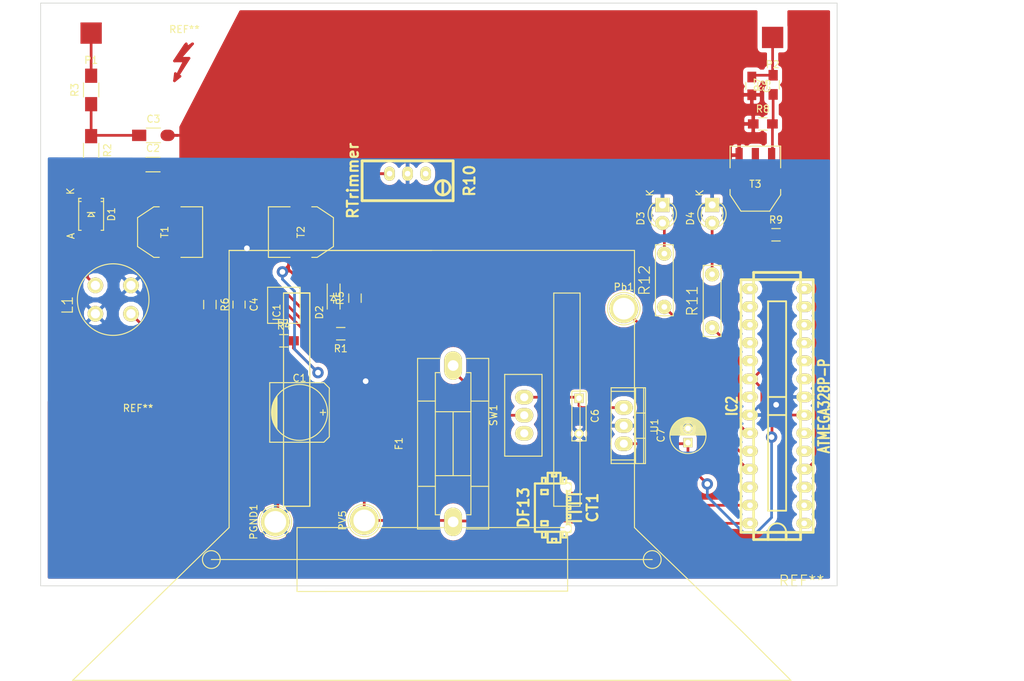
<source format=kicad_pcb>
(kicad_pcb (version 4) (host pcbnew "(2015-07-20 BZR 5967)-product")
  (layers (0 F.Cu signal) (31 B.Cu signal) (35 F.Paste user) (37 F.SilkS user) (39 F.Mask user) (44 Edge.Cuts user))
  (net 0 "")
  (net 1 +5V)
  (net 2 GND)
  (net 3 "Net-(C2-Pad1)")
  (net 4 "Net-(C3-Pad1)")
  (net 5 "Net-(C4-Pad1)")
  (net 6 /HV-)
  (net 7 "Net-(C6-Pad1)")
  (net 8 +3V3)
  (net 9 SCL)
  (net 10 SDA)
  (net 11 "Net-(D1-Pad2)")
  (net 12 "Net-(D2-Pad2)")
  (net 13 "Net-(D3-Pad2)")
  (net 14 "Net-(D4-Pad2)")
  (net 15 "Net-(F1-Pad2)")
  (net 16 "Net-(IC1-Pad7)")
  (net 17 "Net-(IC1-Pad5)")
  (net 18 R)
  (net 19 "Net-(IC1-Pad3)")
  (net 20 /HV+)
  (net 21 "Net-(R7-Pad1)")
  (net 22 "Net-(IC2-Pad4)")
  (net 23 "Net-(R10-Pad3)")
  (net 24 "Net-(IC2-Pad23)")
  (net 25 "Net-(IC2-Pad24)")
  (net 26 "Net-(IC2-Pad1)")
  (net 27 "Net-(IC2-Pad2)")
  (net 28 "Net-(IC2-Pad3)")
  (net 29 "Net-(IC2-Pad5)")
  (net 30 "Net-(IC2-Pad6)")
  (net 31 "Net-(IC2-Pad9)")
  (net 32 "Net-(IC2-Pad10)")
  (net 33 "Net-(IC2-Pad11)")
  (net 34 "Net-(IC2-Pad12)")
  (net 35 "Net-(IC2-Pad13)")
  (net 36 "Net-(IC2-Pad14)")
  (net 37 "Net-(IC2-Pad15)")
  (net 38 "Net-(IC2-Pad16)")
  (net 39 "Net-(IC2-Pad17)")
  (net 40 "Net-(IC2-Pad18)")
  (net 41 "Net-(IC2-Pad19)")
  (net 42 "Net-(IC2-Pad21)")
  (net 43 "Net-(IC2-Pad25)")
  (net 44 "Net-(IC2-Pad26)")
  (net 45 "Net-(SW1-Pad1)")
  (module SMD_Packages:SOT-223 (layer F.Cu) (at 134.597216 54.219634 270)
    (fp_text reference T2 (at 0 0 270) (layer F.SilkS))
    (fp_text value PZT2222A)
    (pad 4 smd rect (at 0 -3.302 270) (size 3.6576 2.032) (layers F.Cu F.Paste F.Mask))
    (pad 2 smd rect (at 0 3.302 270) (size 1.016 2.032) (layers F.Cu F.Paste F.Mask) (net 18 R))
    (pad 3 smd rect (at 2.286 3.302 270) (size 1.016 2.032) (layers F.Cu F.Paste F.Mask) (net 2 GND))
    (pad 1 smd rect (at -2.286 3.302 270) (size 1.016 2.032) (layers F.Cu F.Paste F.Mask) (net 23 "Net-(R10-Pad3)"))
  )
  (module Capacitors_SMD:c_elec_8x6.5 (layer F.Cu) (at 134.4 79.6)
    (fp_text reference C1 (at 0 -4.826) (layer F.SilkS))
    (fp_text value CP)
    (pad 1 smd rect (at 3.05054 0) (size 4.0005 1.6002) (layers F.Cu F.Paste F.Mask) (net 1 +5V))
    (pad 2 smd rect (at -3.05054 0) (size 4.0005 1.6002) (layers F.Cu F.Paste F.Mask) (net 2 GND))
  )
  (module Capacitors_SMD:C_1206_HandSoldering (layer F.Cu) (at 113.797216 44.719634)
    (fp_text reference C2 (at 0 -2.3) (layer F.SilkS))
    (fp_text value C)
    (pad 1 smd rect (at -2 0) (size 2 1.6) (layers F.Cu F.Paste F.Mask) (net 3 "Net-(C2-Pad1)"))
    (pad 2 smd oval (at 2 0) (size 2 1.6) (layers F.Cu F.Paste F.Mask) (net 2 GND))
  )
  (module Capacitors_SMD:C_1206_HandSoldering (layer F.Cu) (at 113.852216 40.609634)
    (fp_text reference C3 (at 0 -2.3) (layer F.SilkS))
    (fp_text value C)
    (pad 1 smd rect (at -2 0) (size 2 1.6) (layers F.Cu F.Paste F.Mask) (net 4 "Net-(C3-Pad1)"))
    (pad 2 smd oval (at 2 0) (size 2 1.6) (layers F.Cu F.Paste F.Mask) (net 2 GND))
  )
  (module Capacitors_SMD:C_0805_HandSoldering (layer F.Cu) (at 125.897216 64.419634 270)
    (fp_text reference C4 (at 0 -2.1 270) (layer F.SilkS))
    (fp_text value C)
    (pad 1 smd rect (at -1.25 0 270) (size 1.5 1.25) (layers F.Cu F.Paste F.Mask) (net 5 "Net-(C4-Pad1)"))
    (pad 2 smd rect (at 1.25 0 270) (size 1.5 1.25) (layers F.Cu F.Paste F.Mask) (net 2 GND))
  )
  (module Capacitors_SMD:C_0805_HandSoldering (layer F.Cu) (at 198 33.65 270)
    (fp_text reference C5 (at 0 -2.1 270) (layer F.SilkS))
    (fp_text value C)
    (pad 1 smd rect (at -1.25 0 270) (size 1.5 1.25) (layers F.Cu F.Paste F.Mask) (net 6 /HV-))
    (pad 2 smd rect (at 1.25 0 270) (size 1.5 1.25) (layers F.Cu F.Paste F.Mask) (net 2 GND))
  )
  (module Capacitors_ThroughHole:C_Rect_L7_W2_P5 (layer F.Cu) (at 173.7 77.6 270)
    (fp_text reference C6 (at 2.5 -2.25 270) (layer F.SilkS))
    (fp_text value C)
    (pad 1 thru_hole rect (at 0 0 270) (size 1.3 1.3) (drill 0.8) (layers *.Cu *.Mask F.SilkS) (net 7 "Net-(C6-Pad1)"))
    (pad 2 thru_hole circle (at 5 0 270) (size 1.3 1.3) (drill 0.8) (layers *.Cu *.Mask F.SilkS) (net 2 GND))
  )
  (module Capacitors_ThroughHole:C_Radial_D5_L11_P2 (layer F.Cu) (at 189.02 83.85 90)
    (fp_text reference C7 (at 1 -3.8 90) (layer F.SilkS))
    (fp_text value CP)
    (pad 1 thru_hole rect (at 0 0 90) (size 1.3 1.3) (drill 0.8) (layers *.Cu *.Mask F.SilkS) (net 8 +3V3))
    (pad 2 thru_hole circle (at 2 0 90) (size 1.3 1.3) (drill 0.8) (layers *.Cu *.Mask F.SilkS) (net 2 GND))
  )
  (module "mis footprints:df13-4p-125h" (layer F.Cu) (at 170 93 270)
    (fp_text reference CT1 (at 0 -5.6007 270) (layer F.SilkS) (effects (font (thickness 0.3048))))
    (fp_text value DF13 (at 0 4.09956 270) (layer F.SilkS) (effects (font (thickness 0.3048))))
    (pad 1 smd rect (at 1.87452 -3.50012 270) (size 0.70104 1.80086) (layers F.Cu F.Paste F.Mask) (net 1 +5V))
    (pad 2 smd rect (at 0.62484 -3.50012 270) (size 0.70104 1.80086) (layers F.Cu F.Paste F.Mask) (net 9 SCL))
    (pad "" smd rect (at -4.22402 -0.20066 270) (size 1.6002 2.19964) (layers F.Cu F.Paste F.Mask))
    (pad "" smd rect (at 4.22402 -0.20066 270) (size 1.6002 2.19964) (layers F.Cu F.Paste F.Mask))
    (pad 3 smd rect (at -0.62484 -3.50012 270) (size 0.70104 1.80086) (layers F.Cu F.Paste F.Mask) (net 10 SDA))
    (pad 4 smd rect (at -1.87452 -3.50012 270) (size 0.70104 1.80086) (layers F.Cu F.Paste F.Mask) (net 2 GND))
    (pad "" np_thru_hole circle (at -2.92608 -2.10058 270) (size 0.89916 0.89916) (drill 0.89916) (layers *.Cu *.Mask F.SilkS))
    (pad "" np_thru_hole circle (at 2.92608 -2.10058 270) (size 0.89916 0.89916) (drill 0.89916) (layers *.Cu *.Mask F.SilkS))
  )
  (module Diodes_SMD:Diode-SMA_Handsoldering (layer F.Cu) (at 105.097216 51.720274 270)
    (fp_text reference D1 (at 0 -2.85 270) (layer F.SilkS))
    (fp_text value D)
    (fp_text user K (at -3.25 2.9 270) (layer F.SilkS))
    (fp_text user A (at 3.05 2.85 270) (layer F.SilkS))
    (pad 1 smd rect (at -2.49936 0 270) (size 3.50012 1.80086) (layers F.Cu F.Paste F.Mask) (net 3 "Net-(C2-Pad1)"))
    (pad 2 smd rect (at 2.49936 0 270) (size 3.50012 1.80086) (layers F.Cu F.Paste F.Mask) (net 11 "Net-(D1-Pad2)"))
  )
  (module Diodes_SMD:SOD-123 (layer F.Cu) (at 139.197216 63.519634 270)
    (fp_text reference D2 (at 2 2 270) (layer F.SilkS))
    (fp_text value D)
    (pad 1 smd rect (at -1.635 0 270) (size 0.91 1.22) (layers F.Cu F.Paste F.Mask) (net 5 "Net-(C4-Pad1)"))
    (pad 2 smd rect (at 1.635 0 270) (size 0.91 1.22) (layers F.Cu F.Paste F.Mask) (net 12 "Net-(D2-Pad2)"))
  )
  (module LEDs:LED-3MM (layer F.Cu) (at 185.435 50.4 270)
    (fp_text reference D3 (at 1.91 3.06 270) (layer F.SilkS))
    (fp_text value D)
    (fp_text user K (at -1.69 1.74 270) (layer F.SilkS))
    (pad 1 thru_hole rect (at 0 0) (size 2 2) (drill 1.00076) (layers *.Cu *.Mask F.SilkS) (net 2 GND))
    (pad 2 thru_hole circle (at 2.54 0 270) (size 2 2) (drill 1.00076) (layers *.Cu *.Mask F.SilkS) (net 13 "Net-(D3-Pad2)"))
  )
  (module LEDs:LED-3MM (layer F.Cu) (at 192.42 50.4 270)
    (fp_text reference D4 (at 1.91 3.06 270) (layer F.SilkS))
    (fp_text value D)
    (fp_text user K (at -1.69 1.74 270) (layer F.SilkS))
    (pad 1 thru_hole rect (at 0 0) (size 2 2) (drill 1.00076) (layers *.Cu *.Mask F.SilkS) (net 2 GND))
    (pad 2 thru_hole circle (at 2.54 0 270) (size 2 2) (drill 1.00076) (layers *.Cu *.Mask F.SilkS) (net 14 "Net-(D4-Pad2)"))
  )
  (module Fuse_Holders_and_Fuses:Fuseholder5x20_horiz_SemiClosed_Casing10x25mm (layer F.Cu) (at 156 84 90)
    (fp_text reference F1 (at 0 -7.62 90) (layer F.SilkS))
    (fp_text value F_Small)
    (pad 2 thru_hole oval (at 11.00074 0) (size 2.49936 4.0005) (drill 1.50114) (layers *.Cu *.Mask F.SilkS) (net 15 "Net-(F1-Pad2)"))
    (pad 1 thru_hole oval (at -11.00074 0) (size 2.49936 4.0005) (drill 1.50114) (layers *.Cu *.Mask F.SilkS) (net 1 +5V))
  )
  (module SMD_Packages:SOIC-8-N (layer F.Cu) (at 132.197216 64.519634 90)
    (fp_text reference IC1 (at -1 -1 90) (layer F.SilkS))
    (fp_text value TLC555)
    (pad 8 smd rect (at -1.905 -3.175 90) (size 0.508 1.143) (layers F.Cu F.Paste F.Mask) (net 1 +5V))
    (pad 7 smd rect (at -0.635 -3.175 90) (size 0.508 1.143) (layers F.Cu F.Paste F.Mask) (net 16 "Net-(IC1-Pad7)"))
    (pad 6 smd rect (at 0.635 -3.175 90) (size 0.508 1.143) (layers F.Cu F.Paste F.Mask) (net 2 GND))
    (pad 5 smd rect (at 1.905 -3.175 90) (size 0.508 1.143) (layers F.Cu F.Paste F.Mask) (net 17 "Net-(IC1-Pad5)"))
    (pad 4 smd rect (at 1.905 3.175 90) (size 0.508 1.143) (layers F.Cu F.Paste F.Mask) (net 18 R))
    (pad 3 smd rect (at 0.635 3.175 90) (size 0.508 1.143) (layers F.Cu F.Paste F.Mask) (net 19 "Net-(IC1-Pad3)"))
    (pad 2 smd rect (at -0.635 3.175 90) (size 0.508 1.143) (layers F.Cu F.Paste F.Mask) (net 5 "Net-(C4-Pad1)"))
    (pad 1 smd rect (at -1.905 3.175 90) (size 0.508 1.143) (layers F.Cu F.Paste F.Mask) (net 2 GND))
  )
  (module "mis footprints:Inductor_Circular_4_throuhole" (layer F.Cu) (at 108.197216 63.719634 270)
    (fp_text reference L1 (at 0.7874 6.4262 270) (layer F.SilkS) (effects (font (size 1.5 1.5))))
    (fp_text value 1200LRS)
    (pad 4 thru_hole circle (at -2 -2.5 270) (size 2.2 2.2) (drill 1.3) (layers *.Cu *.Mask F.SilkS) (net 2 GND))
    (pad 1 thru_hole circle (at 2 -2.5 270) (size 2.2 2.2) (drill 1.3) (layers *.Cu *.Mask F.SilkS) (net 1 +5V))
    (pad 2 thru_hole circle (at 2 2.5 270) (size 2.2 2.2) (drill 1.3) (layers *.Cu *.Mask F.SilkS) (net 2 GND))
    (pad 3 thru_hole circle (at -2 2.5 270) (size 2.2 2.2) (drill 1.3) (layers *.Cu *.Mask F.SilkS) (net 11 "Net-(D1-Pad2)"))
  )
  (module Measurement_Points:Measurement_Point_Square-SMD-Pad_Big (layer F.Cu) (at 105.097216 26.219634 180)
    (fp_text reference P1 (at 0 -3.81 180) (layer F.SilkS))
    (fp_text value CONN_01X01)
    (pad 1 smd rect (at 0 0 180) (size 2.99974 2.99974) (layers F.Cu F.Paste F.Mask) (net 20 /HV+))
  )
  (module Measurement_Points:Measurement_Point_Square-SMD-Pad_Big (layer F.Cu) (at 200.925 26.83 180)
    (fp_text reference P2 (at 0 -3.81 180) (layer F.SilkS))
    (fp_text value CONN_01X01)
    (pad 1 smd rect (at 0 0 180) (size 2.99974 2.99974) (layers F.Cu F.Paste F.Mask) (net 6 /HV-))
  )
  (module Connect:1pin (layer F.Cu) (at 131 95 90)
    (fp_text reference PGND1 (at 0 -3.048 90) (layer F.SilkS))
    (fp_text value CONN_01X01)
    (pad 1 thru_hole circle (at 0 0 90) (size 4.064 4.064) (drill 3.048) (layers *.Cu *.Mask F.SilkS) (net 2 GND))
  )
  (module Connect:1pin (layer F.Cu) (at 143.5 94.8 90)
    (fp_text reference PV5 (at 0 -3.048 90) (layer F.SilkS))
    (fp_text value CONN_01X01)
    (pad 1 thru_hole circle (at 0 0 90) (size 4.064 4.064) (drill 3.048) (layers *.Cu *.Mask F.SilkS) (net 1 +5V))
  )
  (module Resistors_SMD:R_0805_HandSoldering (layer F.Cu) (at 140.197216 68.519634 180)
    (fp_text reference R1 (at 0 -2.1 180) (layer F.SilkS))
    (fp_text value R)
    (pad 1 smd rect (at -1.35 0 180) (size 1.5 1.3) (layers F.Cu F.Paste F.Mask) (net 19 "Net-(IC1-Pad3)"))
    (pad 2 smd rect (at 1.35 0 180) (size 1.5 1.3) (layers F.Cu F.Paste F.Mask) (net 16 "Net-(IC1-Pad7)"))
  )
  (module Resistors_SMD:R_1206_HandSoldering (layer F.Cu) (at 105.097216 42.719634 270)
    (fp_text reference R2 (at 0 -2.3 270) (layer F.SilkS))
    (fp_text value R)
    (pad 1 smd rect (at -2 0 270) (size 2 1.7) (layers F.Cu F.Paste F.Mask) (net 4 "Net-(C3-Pad1)"))
    (pad 2 smd rect (at 2 0 270) (size 2 1.7) (layers F.Cu F.Paste F.Mask) (net 3 "Net-(C2-Pad1)"))
  )
  (module Resistors_SMD:R_1206_HandSoldering (layer F.Cu) (at 105.097216 34.219634 90)
    (fp_text reference R3 (at 0 -2.3 90) (layer F.SilkS))
    (fp_text value R)
    (pad 1 smd rect (at -2 0 90) (size 2 1.7) (layers F.Cu F.Paste F.Mask) (net 4 "Net-(C3-Pad1)"))
    (pad 2 smd rect (at 2 0 90) (size 2 1.7) (layers F.Cu F.Paste F.Mask) (net 20 /HV+))
  )
  (module Resistors_SMD:R_0805_HandSoldering (layer F.Cu) (at 132.197216 69.519634)
    (fp_text reference R4 (at 0 -2.1) (layer F.SilkS))
    (fp_text value R)
    (pad 1 smd rect (at -1.35 0) (size 1.5 1.3) (layers F.Cu F.Paste F.Mask) (net 1 +5V))
    (pad 2 smd rect (at 1.35 0) (size 1.5 1.3) (layers F.Cu F.Paste F.Mask) (net 18 R))
  )
  (module Resistors_SMD:R_0805_HandSoldering (layer F.Cu) (at 142.197216 63.519634 90)
    (fp_text reference R5 (at 0 -2.1 90) (layer F.SilkS))
    (fp_text value R)
    (pad 1 smd rect (at -1.35 0 90) (size 1.5 1.3) (layers F.Cu F.Paste F.Mask) (net 12 "Net-(D2-Pad2)"))
    (pad 2 smd rect (at 1.35 0 90) (size 1.5 1.3) (layers F.Cu F.Paste F.Mask) (net 19 "Net-(IC1-Pad3)"))
  )
  (module Resistors_SMD:R_0805_HandSoldering (layer F.Cu) (at 121.797216 64.419634 270)
    (fp_text reference R6 (at 0 -2.1 270) (layer F.SilkS))
    (fp_text value R)
    (pad 1 smd rect (at -1.35 0 270) (size 1.5 1.3) (layers F.Cu F.Paste F.Mask) (net 5 "Net-(C4-Pad1)"))
    (pad 2 smd rect (at 1.35 0 270) (size 1.5 1.3) (layers F.Cu F.Paste F.Mask) (net 2 GND))
  )
  (module Resistors_SMD:R_0805_HandSoldering (layer F.Cu) (at 201 33.5 90)
    (fp_text reference R7 (at 0 -2.1 90) (layer F.SilkS))
    (fp_text value R)
    (pad 1 smd rect (at -1.35 0 90) (size 1.5 1.3) (layers F.Cu F.Paste F.Mask) (net 21 "Net-(R7-Pad1)"))
    (pad 2 smd rect (at 1.35 0 90) (size 1.5 1.3) (layers F.Cu F.Paste F.Mask) (net 6 /HV-))
  )
  (module Resistors_SMD:R_0805_HandSoldering (layer F.Cu) (at 199.55 39)
    (fp_text reference R8 (at 0 -2.1) (layer F.SilkS))
    (fp_text value R)
    (pad 1 smd rect (at -1.35 0) (size 1.5 1.3) (layers F.Cu F.Paste F.Mask) (net 2 GND))
    (pad 2 smd rect (at 1.35 0) (size 1.5 1.3) (layers F.Cu F.Paste F.Mask) (net 21 "Net-(R7-Pad1)"))
  )
  (module Resistors_SMD:R_0805_HandSoldering (layer F.Cu) (at 201.4 54.6)
    (fp_text reference R9 (at 0 -2.1) (layer F.SilkS))
    (fp_text value R)
    (pad 1 smd rect (at -1.35 0) (size 1.5 1.3) (layers F.Cu F.Paste F.Mask) (net 8 +3V3))
    (pad 2 smd rect (at 1.35 0) (size 1.5 1.3) (layers F.Cu F.Paste F.Mask) (net 22 "Net-(IC2-Pad4)"))
  )
  (module "mis footprints:trimmer_multivuelta" (layer F.Cu) (at 149.6 47 90)
    (fp_text reference R10 (at 0 8.6995 90) (layer F.SilkS) (effects (font (thickness 0.3048))))
    (fp_text value RTrimmer (at 0 -7.69874 90) (layer F.SilkS) (effects (font (thickness 0.3048))))
    (pad 3 thru_hole oval (at 1 -2.54 90) (size 1.99898 1.50114) (drill 0.8001) (layers *.Cu *.Mask F.SilkS) (net 23 "Net-(R10-Pad3)"))
    (pad 2 thru_hole oval (at 1 0 90) (size 1.99898 1.50114) (drill 0.8001) (layers *.Cu *.Mask F.SilkS) (net 2 GND))
    (pad 1 thru_hole oval (at 1 2.54 90) (size 1.99898 1.50114) (drill 0.8001) (layers *.Cu *.Mask F.SilkS))
  )
  (module "mis footprints:7_5mm_drills" (layer F.Cu) (at 192.42 63.91 270)
    (fp_text reference R11 (at 0 2.794 270) (layer F.SilkS) (effects (font (size 1.5 1.5))))
    (fp_text value R)
    (pad 1 thru_hole circle (at 3.75 0 270) (size 1.99898 1.99898) (drill 0.8001) (layers *.Cu *.Mask F.SilkS) (net 24 "Net-(IC2-Pad23)"))
    (pad 2 thru_hole circle (at -3.75 0 270) (size 1.99898 1.99898) (drill 0.8001) (layers *.Cu *.Mask F.SilkS) (net 14 "Net-(D4-Pad2)"))
  )
  (module "mis footprints:7_5mm_drills" (layer F.Cu) (at 185.7 61 270)
    (fp_text reference R12 (at 0 2.794 270) (layer F.SilkS) (effects (font (size 1.5 1.5))))
    (fp_text value R)
    (pad 1 thru_hole circle (at 3.75 0 270) (size 1.99898 1.99898) (drill 0.8001) (layers *.Cu *.Mask F.SilkS) (net 25 "Net-(IC2-Pad24)"))
    (pad 2 thru_hole circle (at -3.75 0 270) (size 1.99898 1.99898) (drill 0.8001) (layers *.Cu *.Mask F.SilkS) (net 13 "Net-(D3-Pad2)"))
  )
  (module SMD_Packages:SOT-223 (layer F.Cu) (at 116.199216 54.219634 90)
    (fp_text reference T1 (at 0 -0.762 90) (layer F.SilkS))
    (fp_text value PZTA42)
    (pad 4 smd rect (at 0 -3.302 90) (size 3.6576 2.032) (layers F.Cu F.Paste F.Mask) (net 11 "Net-(D1-Pad2)"))
    (pad 2 smd rect (at 0 3.302 90) (size 1.016 2.032) (layers F.Cu F.Paste F.Mask) (net 11 "Net-(D1-Pad2)"))
    (pad 3 smd rect (at 2.286 3.302 90) (size 1.016 2.032) (layers F.Cu F.Paste F.Mask) (net 23 "Net-(R10-Pad3)"))
    (pad 1 smd rect (at -2.286 3.302 90) (size 1.016 2.032) (layers F.Cu F.Paste F.Mask) (net 16 "Net-(IC1-Pad7)"))
  )
  (module SMD_Packages:SOT-223 (layer F.Cu) (at 198.5 46.7 180)
    (fp_text reference T3 (at 0 -0.762 180) (layer F.SilkS))
    (fp_text value PZT2222A)
    (pad 4 smd rect (at 0 -3.302 180) (size 3.6576 2.032) (layers F.Cu F.Paste F.Mask) (net 22 "Net-(IC2-Pad4)"))
    (pad 2 smd rect (at 0 3.302 180) (size 1.016 2.032) (layers F.Cu F.Paste F.Mask) (net 22 "Net-(IC2-Pad4)"))
    (pad 3 smd rect (at 2.286 3.302 180) (size 1.016 2.032) (layers F.Cu F.Paste F.Mask) (net 2 GND))
    (pad 1 smd rect (at -2.286 3.302 180) (size 1.016 2.032) (layers F.Cu F.Paste F.Mask) (net 21 "Net-(R7-Pad1)"))
  )
  (module Power_Integrations:TO-220 (layer F.Cu) (at 180 81.46 270)
    (fp_text reference U1 (at 0 -4.318 270) (layer F.SilkS))
    (fp_text value LM7805CT)
    (pad 2 thru_hole oval (at 0 0 270) (size 2.032 2.54) (drill 1.143) (layers *.Cu *.Mask F.SilkS) (net 2 GND))
    (pad 3 thru_hole oval (at 2.54 0 270) (size 2.032 2.54) (drill 1.143) (layers *.Cu *.Mask F.SilkS) (net 8 +3V3))
    (pad 1 thru_hole oval (at -2.54 0 270) (size 2.032 2.54) (drill 1.143) (layers *.Cu *.Mask F.SilkS) (net 7 "Net-(C6-Pad1)"))
  )
  (module "mis footprints:dil_28-300_socket" (layer F.Cu) (at 201.555 78.695 90)
    (fp_text reference IC2 (at 0 -6.35 90) (layer F.SilkS) (effects (font (size 1.524 1.143) (thickness 0.28702))))
    (fp_text value ATMEGA328P-P (at 0 6.604 90) (layer F.SilkS) (effects (font (size 1.524 1.143) (thickness 0.28702))))
    (pad 1 thru_hole oval (at -16.51 3.81 90) (size 1.50114 2.19964) (drill 0.8001) (layers *.Cu *.Mask F.SilkS) (net 26 "Net-(IC2-Pad1)"))
    (pad 2 thru_hole oval (at -13.97 3.81 90) (size 1.50114 2.19964) (drill 0.8001) (layers *.Cu *.Mask F.SilkS) (net 27 "Net-(IC2-Pad2)"))
    (pad 3 thru_hole oval (at -11.43 3.81 90) (size 1.50114 2.19964) (drill 0.8001) (layers *.Cu *.Mask F.SilkS) (net 28 "Net-(IC2-Pad3)"))
    (pad 4 thru_hole oval (at -8.89 3.81 90) (size 1.50114 2.19964) (drill 0.8001) (layers *.Cu *.Mask F.SilkS) (net 22 "Net-(IC2-Pad4)"))
    (pad 5 thru_hole oval (at -6.35 3.81 90) (size 1.50114 2.19964) (drill 0.8001) (layers *.Cu *.Mask F.SilkS) (net 29 "Net-(IC2-Pad5)"))
    (pad 6 thru_hole oval (at -3.81 3.81 90) (size 1.50114 2.19964) (drill 0.8001) (layers *.Cu *.Mask F.SilkS) (net 30 "Net-(IC2-Pad6)"))
    (pad 7 thru_hole oval (at -1.27 3.81 90) (size 1.50114 2.19964) (drill 0.8001) (layers *.Cu *.Mask F.SilkS) (net 8 +3V3))
    (pad 8 thru_hole oval (at 1.27 3.81 90) (size 1.50114 2.19964) (drill 0.8001) (layers *.Cu *.Mask F.SilkS) (net 2 GND))
    (pad 9 thru_hole oval (at 3.81 3.81 90) (size 1.50114 2.19964) (drill 0.8001) (layers *.Cu *.Mask F.SilkS) (net 31 "Net-(IC2-Pad9)"))
    (pad 10 thru_hole oval (at 6.35 3.81 90) (size 1.50114 2.19964) (drill 0.8001) (layers *.Cu *.Mask F.SilkS) (net 32 "Net-(IC2-Pad10)"))
    (pad 11 thru_hole oval (at 8.89 3.81 90) (size 1.50114 2.19964) (drill 0.8001) (layers *.Cu *.Mask F.SilkS) (net 33 "Net-(IC2-Pad11)"))
    (pad 12 thru_hole oval (at 11.43 3.81 90) (size 1.50114 2.19964) (drill 0.8001) (layers *.Cu *.Mask F.SilkS) (net 34 "Net-(IC2-Pad12)"))
    (pad 13 thru_hole oval (at 13.97 3.81 90) (size 1.50114 2.19964) (drill 0.8001) (layers *.Cu *.Mask F.SilkS) (net 35 "Net-(IC2-Pad13)"))
    (pad 14 thru_hole oval (at 16.51 3.81 90) (size 1.50114 2.19964) (drill 0.8001) (layers *.Cu *.Mask F.SilkS) (net 36 "Net-(IC2-Pad14)"))
    (pad 15 thru_hole oval (at 16.51 -3.81 90) (size 1.50114 2.19964) (drill 0.8001) (layers *.Cu *.Mask F.SilkS) (net 37 "Net-(IC2-Pad15)"))
    (pad 16 thru_hole oval (at 13.97 -3.81 90) (size 1.50114 2.19964) (drill 0.8001) (layers *.Cu *.Mask F.SilkS) (net 38 "Net-(IC2-Pad16)"))
    (pad 17 thru_hole oval (at 11.43 -3.81 90) (size 1.50114 2.19964) (drill 0.8001) (layers *.Cu *.Mask F.SilkS) (net 39 "Net-(IC2-Pad17)"))
    (pad 18 thru_hole oval (at 8.89 -3.81 90) (size 1.50114 2.19964) (drill 0.8001) (layers *.Cu *.Mask F.SilkS) (net 40 "Net-(IC2-Pad18)"))
    (pad 19 thru_hole oval (at 6.35 -3.81 90) (size 1.50114 2.19964) (drill 0.8001) (layers *.Cu *.Mask F.SilkS) (net 41 "Net-(IC2-Pad19)"))
    (pad 20 thru_hole oval (at 3.81 -3.81 90) (size 1.50114 2.19964) (drill 0.8001) (layers *.Cu *.Mask F.SilkS) (net 8 +3V3))
    (pad 21 thru_hole oval (at 1.27 -3.81 90) (size 1.50114 2.19964) (drill 0.8001) (layers *.Cu *.Mask F.SilkS) (net 42 "Net-(IC2-Pad21)"))
    (pad 22 thru_hole oval (at -1.27 -3.81 90) (size 1.50114 2.19964) (drill 0.8001) (layers *.Cu *.Mask F.SilkS) (net 2 GND))
    (pad 23 thru_hole oval (at -3.81 -3.81 90) (size 1.50114 2.19964) (drill 0.8001) (layers *.Cu *.Mask F.SilkS) (net 24 "Net-(IC2-Pad23)"))
    (pad 24 thru_hole oval (at -6.35 -3.81 90) (size 1.50114 2.19964) (drill 0.8001) (layers *.Cu *.Mask F.SilkS) (net 25 "Net-(IC2-Pad24)"))
    (pad 25 thru_hole oval (at -8.89 -3.81 90) (size 1.50114 2.19964) (drill 0.8001) (layers *.Cu *.Mask F.SilkS) (net 43 "Net-(IC2-Pad25)"))
    (pad 26 thru_hole oval (at -11.43 -3.81 90) (size 1.50114 2.19964) (drill 0.8001) (layers *.Cu *.Mask F.SilkS) (net 44 "Net-(IC2-Pad26)"))
    (pad 27 thru_hole oval (at -13.97 -3.81 90) (size 1.50114 2.19964) (drill 0.8001) (layers *.Cu *.Mask F.SilkS) (net 10 SDA))
    (pad 28 thru_hole oval (at -16.51 -3.81 90) (size 1.50114 2.19964) (drill 0.8001) (layers *.Cu *.Mask F.SilkS) (net 9 SCL))
  )
  (module "mis footprints:Switch_3pin_2.54mm" (layer F.Cu) (at 166 80 90)
    (fp_text reference SW1 (at 0 -4.318 90) (layer F.SilkS))
    (fp_text value SWITCH_INV)
    (pad 2 thru_hole oval (at 0 0 90) (size 2.032 2.54) (drill 1.143) (layers *.Cu *.Mask F.SilkS) (net 15 "Net-(F1-Pad2)"))
    (pad 3 thru_hole oval (at 2.54 0 90) (size 2.032 2.54) (drill 1.143) (layers *.Cu *.Mask F.SilkS) (net 7 "Net-(C6-Pad1)"))
    (pad 1 thru_hole oval (at -2.54 0 90) (size 2.032 2.54) (drill 1.143) (layers *.Cu *.Mask F.SilkS) (net 45 "Net-(SW1-Pad1)"))
  )
  (module Connect:1pin (layer F.Cu) (at 180 65)
    (fp_text reference Pb1 (at 0 -3.048) (layer F.SilkS))
    (fp_text value CONN_01X01)
    (pad 1 thru_hole circle (at 0 0) (size 4.064 4.064) (drill 3.048) (layers *.Cu *.Mask F.SilkS) (net 43 "Net-(IC2-Pad25)"))
  )
  (module Symbols:Symbol_OSHW-Logo_CopperTop (layer F.Cu) (at 111.6 83.4)
    (fp_text reference REF** (at 0.09906 -4.38912) (layer F.SilkS))
    (fp_text value Symbol_OSHW-Logo_CopperTop)
    (fp_line (start 1.66878 2.68986) (end 2.02946 4.16052) (layer F.Cu) (width 0.381))
    (fp_line (start 2.02946 4.16052) (end 2.30886 3.0988) (layer F.Cu) (width 0.381))
    (fp_line (start 2.30886 3.0988) (end 2.61874 4.17068) (layer F.Cu) (width 0.381))
    (fp_line (start 2.61874 4.17068) (end 2.9591 2.72034) (layer F.Cu) (width 0.381))
    (fp_line (start 0.24892 3.38074) (end 1.03886 3.37058) (layer F.Cu) (width 0.381))
    (fp_line (start 1.03886 3.37058) (end 1.04902 3.38074) (layer F.Cu) (width 0.381))
    (fp_line (start 1.04902 3.38074) (end 1.04902 3.37058) (layer F.Cu) (width 0.381))
    (fp_line (start 1.08966 2.65938) (end 1.08966 4.20116) (layer F.Cu) (width 0.381))
    (fp_line (start 0.20066 2.64922) (end 0.20066 4.21894) (layer F.Cu) (width 0.381))
    (fp_line (start 0.20066 4.21894) (end 0.21082 4.20878) (layer F.Cu) (width 0.381))
    (fp_line (start -0.35052 2.75082) (end -0.70104 2.66954) (layer F.Cu) (width 0.381))
    (fp_line (start -0.70104 2.66954) (end -1.02108 2.65938) (layer F.Cu) (width 0.381))
    (fp_line (start -1.02108 2.65938) (end -1.25984 2.86004) (layer F.Cu) (width 0.381))
    (fp_line (start -1.25984 2.86004) (end -1.29032 3.12928) (layer F.Cu) (width 0.381))
    (fp_line (start -1.29032 3.12928) (end -1.04902 3.37058) (layer F.Cu) (width 0.381))
    (fp_line (start -1.04902 3.37058) (end -0.6604 3.50012) (layer F.Cu) (width 0.381))
    (fp_line (start -0.6604 3.50012) (end -0.48006 3.66014) (layer F.Cu) (width 0.381))
    (fp_line (start -0.48006 3.66014) (end -0.43942 3.95986) (layer F.Cu) (width 0.381))
    (fp_line (start -0.43942 3.95986) (end -0.67056 4.18084) (layer F.Cu) (width 0.381))
    (fp_line (start -0.67056 4.18084) (end -0.9906 4.20878) (layer F.Cu) (width 0.381))
    (fp_line (start -0.9906 4.20878) (end -1.34112 4.09956) (layer F.Cu) (width 0.381))
    (fp_line (start -2.37998 2.64922) (end -2.6289 2.66954) (layer F.Cu) (width 0.381))
    (fp_line (start -2.6289 2.66954) (end -2.8702 2.91084) (layer F.Cu) (width 0.381))
    (fp_line (start -2.8702 2.91084) (end -2.9591 3.40106) (layer F.Cu) (width 0.381))
    (fp_line (start -2.9591 3.40106) (end -2.93116 3.74904) (layer F.Cu) (width 0.381))
    (fp_line (start -2.93116 3.74904) (end -2.7305 4.06908) (layer F.Cu) (width 0.381))
    (fp_line (start -2.7305 4.06908) (end -2.47904 4.191) (layer F.Cu) (width 0.381))
    (fp_line (start -2.47904 4.191) (end -2.16916 4.11988) (layer F.Cu) (width 0.381))
    (fp_line (start -2.16916 4.11988) (end -1.95072 3.93954) (layer F.Cu) (width 0.381))
    (fp_line (start -1.95072 3.93954) (end -1.8796 3.4798) (layer F.Cu) (width 0.381))
    (fp_line (start -1.8796 3.4798) (end -1.9304 3.07086) (layer F.Cu) (width 0.381))
    (fp_line (start -1.9304 3.07086) (end -2.03962 2.78892) (layer F.Cu) (width 0.381))
    (fp_line (start -2.03962 2.78892) (end -2.4003 2.65938) (layer F.Cu) (width 0.381))
    (fp_line (start -1.78054 0.92964) (end -2.03962 1.49098) (layer F.Cu) (width 0.381))
    (fp_line (start -2.03962 1.49098) (end -1.50114 2.00914) (layer F.Cu) (width 0.381))
    (fp_line (start -1.50114 2.00914) (end -0.98044 1.7399) (layer F.Cu) (width 0.381))
    (fp_line (start -0.98044 1.7399) (end -0.70104 1.89992) (layer F.Cu) (width 0.381))
    (fp_line (start 0.73914 1.8796) (end 1.06934 1.6891) (layer F.Cu) (width 0.381))
    (fp_line (start 1.06934 1.6891) (end 1.50876 2.0193) (layer F.Cu) (width 0.381))
    (fp_line (start 1.50876 2.0193) (end 1.9812 1.52908) (layer F.Cu) (width 0.381))
    (fp_line (start 1.9812 1.52908) (end 1.69926 1.04902) (layer F.Cu) (width 0.381))
    (fp_line (start 1.69926 1.04902) (end 1.88976 0.57912) (layer F.Cu) (width 0.381))
    (fp_line (start 1.88976 0.57912) (end 2.49936 0.39116) (layer F.Cu) (width 0.381))
    (fp_line (start 2.49936 0.39116) (end 2.49936 -0.28956) (layer F.Cu) (width 0.381))
    (fp_line (start 2.49936 -0.28956) (end 1.94056 -0.42926) (layer F.Cu) (width 0.381))
    (fp_line (start 1.94056 -0.42926) (end 1.7399 -1.00076) (layer F.Cu) (width 0.381))
    (fp_line (start 1.7399 -1.00076) (end 2.00914 -1.47066) (layer F.Cu) (width 0.381))
    (fp_line (start 2.00914 -1.47066) (end 1.53924 -1.9812) (layer F.Cu) (width 0.381))
    (fp_line (start 1.53924 -1.9812) (end 1.02108 -1.71958) (layer F.Cu) (width 0.381))
    (fp_line (start 1.02108 -1.71958) (end 0.55118 -1.92024) (layer F.Cu) (width 0.381))
    (fp_line (start 0.55118 -1.92024) (end 0.381 -2.46126) (layer F.Cu) (width 0.381))
    (fp_line (start 0.381 -2.46126) (end -0.30988 -2.47904) (layer F.Cu) (width 0.381))
    (fp_line (start -0.30988 -2.47904) (end -0.5207 -1.9304) (layer F.Cu) (width 0.381))
    (fp_line (start -0.5207 -1.9304) (end -0.9398 -1.76022) (layer F.Cu) (width 0.381))
    (fp_line (start -0.9398 -1.76022) (end -1.49098 -2.02946) (layer F.Cu) (width 0.381))
    (fp_line (start -1.49098 -2.02946) (end -2.00914 -1.50114) (layer F.Cu) (width 0.381))
    (fp_line (start -2.00914 -1.50114) (end -1.76022 -0.96012) (layer F.Cu) (width 0.381))
    (fp_line (start -1.76022 -0.96012) (end -1.9304 -0.48006) (layer F.Cu) (width 0.381))
    (fp_line (start -1.9304 -0.48006) (end -2.47904 -0.381) (layer F.Cu) (width 0.381))
    (fp_line (start -2.47904 -0.381) (end -2.4892 0.32004) (layer F.Cu) (width 0.381))
    (fp_line (start -2.4892 0.32004) (end -1.9304 0.5207) (layer F.Cu) (width 0.381))
    (fp_line (start -1.9304 0.5207) (end -1.7907 0.91948) (layer F.Cu) (width 0.381))
    (fp_line (start 0.35052 0.89916) (end 0.65024 0.7493) (layer F.Cu) (width 0.381))
    (fp_line (start 0.65024 0.7493) (end 0.8509 0.55118) (layer F.Cu) (width 0.381))
    (fp_line (start 0.8509 0.55118) (end 1.00076 0.14986) (layer F.Cu) (width 0.381))
    (fp_line (start 1.00076 0.14986) (end 1.00076 -0.24892) (layer F.Cu) (width 0.381))
    (fp_line (start 1.00076 -0.24892) (end 0.8509 -0.59944) (layer F.Cu) (width 0.381))
    (fp_line (start 0.8509 -0.59944) (end 0.39878 -0.94996) (layer F.Cu) (width 0.381))
    (fp_line (start 0.39878 -0.94996) (end -0.0508 -1.00076) (layer F.Cu) (width 0.381))
    (fp_line (start -0.0508 -1.00076) (end -0.44958 -0.89916) (layer F.Cu) (width 0.381))
    (fp_line (start -0.44958 -0.89916) (end -0.8509 -0.55118) (layer F.Cu) (width 0.381))
    (fp_line (start -0.8509 -0.55118) (end -1.00076 -0.09906) (layer F.Cu) (width 0.381))
    (fp_line (start -1.00076 -0.09906) (end -0.94996 0.39878) (layer F.Cu) (width 0.381))
    (fp_line (start -0.94996 0.39878) (end -0.70104 0.70104) (layer F.Cu) (width 0.381))
    (fp_line (start -0.70104 0.70104) (end -0.35052 0.89916) (layer F.Cu) (width 0.381))
    (fp_line (start -0.35052 0.89916) (end -0.70104 1.89992) (layer F.Cu) (width 0.381))
    (fp_line (start 0.35052 0.89916) (end 0.7493 1.89992) (layer F.Cu) (width 0.381))
  )
  (module Symbols:Symbol_Highvoltage_Type1_CopperTop_Small (layer F.Cu) (at 117.2 30.9)
    (fp_text reference REF** (at 1.016 -5.207) (layer F.SilkS))
    (fp_text value Symbol_Highvoltage_Type1_CopperTop_Small)
    (fp_line (start 1.397 -2.794) (end 0 -0.889) (layer F.Cu) (width 0.381))
    (fp_line (start 0 -0.889) (end 1.27 -0.889) (layer F.Cu) (width 0.381))
    (fp_line (start -0.254 1.016) (end -0.381 2.032) (layer F.Cu) (width 0.381))
    (fp_line (start -0.381 2.032) (end 0.381 1.397) (layer F.Cu) (width 0.381))
    (fp_line (start 0.381 1.397) (end -0.127 1.651) (layer F.Cu) (width 0.381))
    (fp_line (start -0.127 1.651) (end 1.651 -1.143) (layer F.Cu) (width 0.381))
    (fp_line (start 1.651 -1.143) (end 0.381 -1.143) (layer F.Cu) (width 0.381))
    (fp_line (start 0.381 -1.143) (end 2.159 -3.175) (layer F.Cu) (width 0.381))
    (fp_line (start 2.159 -3.175) (end 1.397 -2.667) (layer F.Cu) (width 0.381))
    (fp_line (start 1.397 -2.667) (end 1.27 -3.175) (layer F.Cu) (width 0.381))
    (fp_line (start 1.143 -3.048) (end -0.381 -0.762) (layer F.Cu) (width 0.381))
    (fp_line (start -0.381 -0.762) (end 1.016 -0.762) (layer F.Cu) (width 0.381))
    (fp_line (start 1.016 -0.762) (end -0.127 1.524) (layer F.Cu) (width 0.381))
    (fp_line (start -0.127 1.524) (end -0.254 1.016) (layer F.Cu) (width 0.381))
  )
  (module "mis footprints:Pcb_dron" (layer F.Cu) (at 153 95.8)
    (fp_text reference REF** (at 52 7.5) (layer F.SilkS) (effects (font (size 1.5 1.5))))
    (fp_text value Pcb_dron)
  )
  (gr_line (start 98 22) (end 210 22) (layer Edge.Cuts) (width 0.1))
  (gr_line (start 98 104) (end 98 22) (layer Edge.Cuts) (width 0.1))
  (gr_line (start 210 104) (end 98 104) (layer Edge.Cuts) (width 0.1))
  (gr_line (start 210 22) (end 210 104) (layer Edge.Cuts) (width 0.1))
  (segment (start 130.847216 69.519634) (end 114.497216 69.519634) (width 0.38) (layer F.Cu) (net 1))
  (segment (start 114.497216 69.519634) (end 110.697216 65.719634) (width 0.38) (layer F.Cu) (net 1))
  (segment (start 130.847216 70.897216) (end 137.45054 77.50054) (width 0.38) (layer F.Cu) (net 1))
  (segment (start 137.45054 77.50054) (end 137.45054 79.6) (width 0.38) (layer F.Cu) (net 1))
  (segment (start 130.847216 69.519634) (end 130.847216 70.897216) (width 0.38) (layer F.Cu) (net 1))
  (segment (start 130.847216 70.549634) (end 130.847216 69.519634) (width 0.38) (layer F.Cu) (net 1))
  (segment (start 143.5 94.8) (end 143.5 84.44931) (width 0.38) (layer F.Cu) (net 1))
  (segment (start 143.5 84.44931) (end 138.65069 79.6) (width 0.38) (layer F.Cu) (net 1))
  (segment (start 138.65069 79.6) (end 137.45054 79.6) (width 0.38) (layer F.Cu) (net 1))
  (segment (start 143.5 94.8) (end 155.9 94.8) (width 0.38) (layer F.Cu) (net 1))
  (segment (start 173.50012 94.87452) (end 155.97452 94.87452) (width 0.38) (layer F.Cu) (net 1))
  (segment (start 155.97452 94.87452) (end 155.9 94.8) (width 0.38) (layer F.Cu) (net 1))
  (segment (start 110.697216 65.719634) (end 110.719634 65.719634) (width 0.38) (layer F.Cu) (net 1))
  (segment (start 130.45054 69.91631) (end 130.847216 69.519634) (width 0.38) (layer F.Cu) (net 1))
  (segment (start 129.022216 66.424634) (end 129.022216 67.794634) (width 0.38) (layer F.Cu) (net 1))
  (segment (start 129.022216 67.794634) (end 130.747216 69.519634) (width 0.38) (layer F.Cu) (net 1))
  (segment (start 130.747216 69.519634) (end 130.847216 69.519634) (width 0.38) (layer F.Cu) (net 1))
  (segment (start 129.339716 66.424634) (end 129.022216 66.424634) (width 0.38) (layer F.Cu) (net 1))
  (segment (start 129.893582 56.5) (end 127 56.5) (width 0.38) (layer F.Cu) (net 2))
  (via (at 127 56.5) (size 1.6) (drill 0.8) (layers F.Cu B.Cu) (net 2))
  (segment (start 131.295216 56.505634) (end 129.899216 56.505634) (width 0.38) (layer F.Cu) (net 2))
  (segment (start 129.899216 56.505634) (end 129.893582 56.5) (width 0.38) (layer F.Cu) (net 2))
  (segment (start 143.7 75.2) (end 131 87.9) (width 0.38) (layer B.Cu) (net 2))
  (segment (start 131 87.9) (end 131 95) (width 0.38) (layer B.Cu) (net 2))
  (segment (start 146.7 57.13949) (end 146.7 72.2) (width 0.38) (layer F.Cu) (net 2))
  (segment (start 146.7 72.2) (end 143.7 75.2) (width 0.38) (layer F.Cu) (net 2))
  (via (at 143.7 75.2) (size 1.6) (drill 0.8) (layers F.Cu B.Cu) (net 2))
  (segment (start 161.46 41) (end 161.46 42.37949) (width 0.38) (layer F.Cu) (net 2))
  (segment (start 161.46 42.37949) (end 146.7 57.13949) (width 0.38) (layer F.Cu) (net 2))
  (segment (start 115.797216 44.719634) (end 118.319634 44.719634) (width 0.38) (layer F.Cu) (net 2))
  (segment (start 115.852216 40.609634) (end 118.109634 40.609634) (width 0.38) (layer F.Cu) (net 2))
  (segment (start 115.852216 40.609634) (end 117.232216 40.609634) (width 0.38) (layer F.Cu) (net 2))
  (segment (start 117.232216 40.609634) (end 117.24185 40.6) (width 0.38) (layer F.Cu) (net 2))
  (segment (start 115.797216 44.719634) (end 117.177216 44.719634) (width 0.38) (layer F.Cu) (net 2))
  (segment (start 201.42 78.52) (end 199.19 78.52) (width 0.38) (layer B.Cu) (net 2))
  (segment (start 199.19 78.52) (end 197.745 79.965) (width 0.38) (layer B.Cu) (net 2))
  (segment (start 205.365 77.425) (end 202.515 77.425) (width 0.38) (layer F.Cu) (net 2))
  (segment (start 202.515 77.425) (end 201.42 78.52) (width 0.38) (layer F.Cu) (net 2))
  (segment (start 131.34946 79.6) (end 131.34946 94.65054) (width 0.38) (layer F.Cu) (net 2))
  (segment (start 131.34946 94.65054) (end 131 95) (width 0.38) (layer F.Cu) (net 2))
  (segment (start 127.011216 56.505634) (end 115.911216 56.505634) (width 0.38) (layer B.Cu) (net 2))
  (segment (start 115.911216 56.505634) (end 110.697216 61.719634) (width 0.38) (layer B.Cu) (net 2))
  (segment (start 134.602216 66.424634) (end 132.062216 63.884634) (width 0.38) (layer F.Cu) (net 2))
  (segment (start 132.062216 63.884634) (end 129.022216 63.884634) (width 0.38) (layer F.Cu) (net 2))
  (segment (start 135.372216 66.424634) (end 134.602216 66.424634) (width 0.38) (layer F.Cu) (net 2))
  (segment (start 198.09425 79.965) (end 197.745 79.965) (width 0.38) (layer B.Cu) (net 2))
  (segment (start 125.897216 65.669634) (end 125.897216 65.544634) (width 0.38) (layer F.Cu) (net 2))
  (segment (start 125.897216 65.544634) (end 127.557216 63.884634) (width 0.38) (layer F.Cu) (net 2))
  (segment (start 127.557216 63.884634) (end 128.070716 63.884634) (width 0.38) (layer F.Cu) (net 2))
  (segment (start 128.070716 63.884634) (end 129.022216 63.884634) (width 0.38) (layer F.Cu) (net 2))
  (via (at 201.42 78.52) (size 1.6) (drill 0.8) (layers F.Cu B.Cu) (net 2))
  (segment (start 135.372216 66.424634) (end 135.402216 66.424634) (width 0.38) (layer F.Cu) (net 2))
  (segment (start 125.897216 65.669634) (end 126.412216 66.184634) (width 0.38) (layer F.Cu) (net 2))
  (segment (start 197.745 79.965) (end 198.09425 79.965) (width 0.38) (layer F.Cu) (net 2))
  (segment (start 198.09425 79.965) (end 198.179903 79.879347) (width 0.38) (layer F.Cu) (net 2))
  (segment (start 192.42 50.4) (end 185.435 50.4) (width 0.38) (layer F.Cu) (net 2))
  (segment (start 121.897216 65.669634) (end 121.797216 65.769634) (width 0.38) (layer F.Cu) (net 2))
  (segment (start 105.097216 44.719634) (end 105.097216 49.220914) (width 0.38) (layer F.Cu) (net 3))
  (segment (start 105.097216 44.719634) (end 110.882216 44.719634) (width 0.38) (layer F.Cu) (net 3))
  (segment (start 105.097216 36.219634) (end 105.097216 40.719634) (width 0.38) (layer F.Cu) (net 4))
  (segment (start 111.852216 40.609634) (end 105.207216 40.609634) (width 0.38) (layer F.Cu) (net 4))
  (segment (start 105.207216 40.609634) (end 105.097216 40.719634) (width 0.38) (layer F.Cu) (net 4))
  (segment (start 105.597216 40.219634) (end 105.097216 40.719634) (width 0.38) (layer F.Cu) (net 4))
  (segment (start 127.52543 60.869634) (end 128.780566 60.869634) (width 0.38) (layer F.Cu) (net 5))
  (segment (start 128.780566 60.869634) (end 129.128718 60.869634) (width 0.38) (layer F.Cu) (net 5))
  (segment (start 130.612216 60.869634) (end 128.780566 60.869634) (width 0.38) (layer F.Cu) (net 5))
  (segment (start 125.897216 63.169634) (end 125.897216 62.039634) (width 0.38) (layer F.Cu) (net 5))
  (segment (start 125.897216 62.039634) (end 127.067216 60.869634) (width 0.38) (layer F.Cu) (net 5))
  (segment (start 127.067216 60.869634) (end 127.52543 60.869634) (width 0.38) (layer F.Cu) (net 5))
  (segment (start 130.612216 60.869634) (end 134.897216 65.154634) (width 0.38) (layer F.Cu) (net 5))
  (segment (start 121.797216 63.069634) (end 125.797216 63.069634) (width 0.38) (layer F.Cu) (net 5))
  (segment (start 125.797216 63.069634) (end 125.897216 63.169634) (width 0.38) (layer F.Cu) (net 5))
  (segment (start 139.197216 61.884634) (end 139.197216 62.719634) (width 0.38) (layer F.Cu) (net 5))
  (segment (start 139.197216 62.719634) (end 136.762216 65.154634) (width 0.38) (layer F.Cu) (net 5))
  (segment (start 136.762216 65.154634) (end 136.323716 65.154634) (width 0.38) (layer F.Cu) (net 5))
  (segment (start 136.323716 65.154634) (end 135.372216 65.154634) (width 0.38) (layer F.Cu) (net 5))
  (segment (start 121.797216 63.069634) (end 121.797216 63.169634) (width 0.38) (layer F.Cu) (net 5))
  (segment (start 121.897216 63.169634) (end 121.797216 63.069634) (width 0.38) (layer F.Cu) (net 5))
  (segment (start 201 32.15) (end 198.25 32.15) (width 0.38) (layer F.Cu) (net 6))
  (segment (start 198.25 32.15) (end 198 32.4) (width 0.38) (layer F.Cu) (net 6))
  (segment (start 200.925 26.83) (end 200.925 32.075) (width 0.38) (layer F.Cu) (net 6))
  (segment (start 200.925 32.075) (end 201 32.15) (width 0.38) (layer F.Cu) (net 6))
  (segment (start 180 78.92) (end 173.99 78.92) (width 0.38) (layer F.Cu) (net 7))
  (segment (start 173.99 78.92) (end 173.7 78.63) (width 0.38) (layer F.Cu) (net 7))
  (segment (start 173.7 78.63) (end 173.7 77.6) (width 0.38) (layer F.Cu) (net 7))
  (segment (start 166 77.46) (end 173.56 77.46) (width 0.38) (layer F.Cu) (net 7))
  (segment (start 173.56 77.46) (end 173.7 77.6) (width 0.38) (layer F.Cu) (net 7))
  (segment (start 197.745 74.885) (end 198.09425 74.885) (width 0.38) (layer F.Cu) (net 8))
  (segment (start 198.09425 74.885) (end 200.05 72.92925) (width 0.38) (layer F.Cu) (net 8))
  (segment (start 200.05 72.92925) (end 200.05 55.63) (width 0.38) (layer F.Cu) (net 8))
  (segment (start 200.05 55.63) (end 200.05 54.6) (width 0.38) (layer F.Cu) (net 8))
  (segment (start 180 84) (end 188.87 84) (width 0.38) (layer F.Cu) (net 8))
  (segment (start 188.87 84) (end 189.02 83.85) (width 0.38) (layer F.Cu) (net 8))
  (segment (start 191.74 89.67) (end 189.02 86.95) (width 0.38) (layer F.Cu) (net 8))
  (segment (start 189.02 86.95) (end 189.02 83.85) (width 0.38) (layer F.Cu) (net 8))
  (segment (start 191.74 91.416832) (end 191.74 89.67) (width 0.38) (layer B.Cu) (net 8))
  (via (at 191.74 89.67) (size 1.6) (drill 0.8) (layers F.Cu B.Cu) (net 8))
  (segment (start 200.78 83.07) (end 200.78 94.386832) (width 0.38) (layer B.Cu) (net 8))
  (segment (start 198.641252 96.52558) (end 196.848748 96.52558) (width 0.38) (layer B.Cu) (net 8))
  (segment (start 200.78 94.386832) (end 198.641252 96.52558) (width 0.38) (layer B.Cu) (net 8))
  (segment (start 196.848748 96.52558) (end 191.74 91.416832) (width 0.38) (layer B.Cu) (net 8))
  (segment (start 200.837398 79.965) (end 200.837398 83.012602) (width 0.38) (layer F.Cu) (net 8))
  (segment (start 200.837398 83.012602) (end 200.78 83.07) (width 0.38) (layer F.Cu) (net 8))
  (via (at 200.78 83.07) (size 1.6) (drill 0.8) (layers F.Cu B.Cu) (net 8))
  (segment (start 205.365 79.965) (end 200.837398 79.965) (width 0.38) (layer F.Cu) (net 8))
  (segment (start 200.837398 79.965) (end 199.41483 78.542432) (width 0.38) (layer F.Cu) (net 8))
  (segment (start 199.41483 78.542432) (end 199.41483 76.20558) (width 0.38) (layer F.Cu) (net 8))
  (segment (start 199.41483 76.20558) (end 198.09425 74.885) (width 0.38) (layer F.Cu) (net 8))
  (segment (start 205.01575 79.965) (end 205.365 79.965) (width 0.38) (layer F.Cu) (net 8))
  (segment (start 181.205 95.205) (end 179.62484 93.62484) (width 0.38) (layer F.Cu) (net 9))
  (segment (start 179.62484 93.62484) (end 173.50012 93.62484) (width 0.38) (layer F.Cu) (net 9))
  (segment (start 197.745 95.205) (end 181.205 95.205) (width 0.38) (layer F.Cu) (net 9))
  (segment (start 181.365 92.665) (end 181.07516 92.37516) (width 0.38) (layer F.Cu) (net 10))
  (segment (start 181.07516 92.37516) (end 173.50012 92.37516) (width 0.38) (layer F.Cu) (net 10))
  (segment (start 197.745 92.665) (end 181.365 92.665) (width 0.38) (layer F.Cu) (net 10))
  (segment (start 197.745 92.665) (end 197.39575 92.665) (width 0.38) (layer F.Cu) (net 10))
  (segment (start 119.501216 54.219634) (end 118.105216 54.219634) (width 0.38) (layer F.Cu) (net 11))
  (segment (start 118.105216 54.219634) (end 112.897216 54.219634) (width 0.38) (layer F.Cu) (net 11))
  (segment (start 105.697216 61.719634) (end 104.597217 60.619635) (width 0.38) (layer F.Cu) (net 11))
  (segment (start 104.597217 60.619635) (end 104.597216 54.719634) (width 0.38) (layer F.Cu) (net 11))
  (segment (start 104.597216 54.719634) (end 105.097216 54.219634) (width 0.38) (layer F.Cu) (net 11))
  (segment (start 105.097216 54.219634) (end 106.377646 54.219634) (width 0.38) (layer F.Cu) (net 11))
  (segment (start 106.377646 54.219634) (end 112.897216 54.219634) (width 0.38) (layer F.Cu) (net 11))
  (segment (start 142.197216 64.869634) (end 139.482216 64.869634) (width 0.38) (layer F.Cu) (net 12))
  (segment (start 139.482216 64.869634) (end 139.197216 65.154634) (width 0.38) (layer F.Cu) (net 12))
  (segment (start 185.7 57.25) (end 185.7 53.205) (width 0.38) (layer F.Cu) (net 13))
  (segment (start 185.7 53.205) (end 185.435 52.94) (width 0.38) (layer F.Cu) (net 13))
  (segment (start 192.42 60.16) (end 192.42 52.94) (width 0.38) (layer F.Cu) (net 14))
  (segment (start 166 80) (end 162.25017 80) (width 0.38) (layer F.Cu) (net 15))
  (segment (start 162.25017 80) (end 156 73.74983) (width 0.38) (layer F.Cu) (net 15))
  (segment (start 156 73.74983) (end 156 72.99926) (width 0.38) (layer F.Cu) (net 15))
  (segment (start 118.297216 61.995634) (end 118.297216 62.305159) (width 0.38) (layer F.Cu) (net 16))
  (segment (start 118.297216 62.305159) (end 118.297216 66.219634) (width 0.38) (layer F.Cu) (net 16))
  (segment (start 119.501216 56.505634) (end 119.501216 57.393634) (width 0.38) (layer F.Cu) (net 16))
  (segment (start 119.501216 57.393634) (end 118.297216 58.597634) (width 0.38) (layer F.Cu) (net 16))
  (segment (start 118.297216 58.597634) (end 118.297216 62.305159) (width 0.38) (layer F.Cu) (net 16))
  (segment (start 118.297216 66.219634) (end 120.467207 68.389625) (width 0.38) (layer F.Cu) (net 16))
  (segment (start 120.467207 68.389625) (end 126.625725 68.389625) (width 0.38) (layer F.Cu) (net 16))
  (segment (start 126.625725 68.389625) (end 127.880715 67.134635) (width 0.38) (layer F.Cu) (net 16))
  (segment (start 127.880715 67.134635) (end 127.880715 65.344635) (width 0.38) (layer F.Cu) (net 16))
  (segment (start 127.880715 65.344635) (end 128.070716 65.154634) (width 0.38) (layer F.Cu) (net 16))
  (segment (start 128.070716 65.154634) (end 129.022216 65.154634) (width 0.38) (layer F.Cu) (net 16))
  (segment (start 138.847216 68.519634) (end 135.630715 68.519634) (width 0.38) (layer F.Cu) (net 16))
  (segment (start 135.562216 68.584634) (end 132.197216 65.219634) (width 0.38) (layer F.Cu) (net 16))
  (segment (start 132.197216 65.119634) (end 129.905217 65.119634) (width 0.38) (layer F.Cu) (net 16))
  (segment (start 129.973716 65.154634) (end 129.022216 65.154634) (width 0.38) (layer F.Cu) (net 16))
  (segment (start 133.697216 62.551004) (end 133.697216 70.699634) (width 0.38) (layer B.Cu) (net 18))
  (segment (start 133.697216 70.699634) (end 136.997582 74) (width 0.38) (layer B.Cu) (net 18))
  (segment (start 133.547216 69.519634) (end 133.547216 70.549634) (width 0.38) (layer F.Cu) (net 18))
  (segment (start 133.547216 70.549634) (end 136.997582 74) (width 0.38) (layer F.Cu) (net 18))
  (segment (start 131.803216 54.219634) (end 132.881217 55.297635) (width 0.38) (layer F.Cu) (net 18))
  (segment (start 132.881217 55.297635) (end 132.881217 58.935633) (width 0.38) (layer F.Cu) (net 18))
  (segment (start 132.881217 58.935633) (end 132.797215 59.019635) (width 0.38) (layer F.Cu) (net 18))
  (segment (start 132.797215 59.019635) (end 131.997216 59.819634) (width 0.38) (layer F.Cu) (net 18))
  (segment (start 131.997216 59.819634) (end 132.897216 58.919634) (width 0.38) (layer F.Cu) (net 18))
  (segment (start 132.897216 58.919634) (end 132.897216 55.813634) (width 0.38) (layer F.Cu) (net 18))
  (segment (start 132.881217 58.659464) (end 132.881217 59.489635) (width 0.38) (layer F.Cu) (net 18))
  (segment (start 132.881217 58.935633) (end 132.881217 58.659464) (width 0.38) (layer F.Cu) (net 18))
  (segment (start 132.881217 59.489635) (end 133.111216 59.719634) (width 0.38) (layer F.Cu) (net 18))
  (segment (start 133.697216 69.669634) (end 133.547216 69.519634) (width 0.38) (layer F.Cu) (net 18))
  (via (at 136.997582 74) (size 1.6) (drill 0.8) (layers F.Cu B.Cu) (net 18))
  (segment (start 131.997216 59.719634) (end 131.997216 60.851004) (width 0.38) (layer B.Cu) (net 18))
  (segment (start 131.997216 60.851004) (end 133.697216 62.551004) (width 0.38) (layer B.Cu) (net 18))
  (segment (start 133.111216 59.719634) (end 131.997216 59.719634) (width 0.38) (layer F.Cu) (net 18))
  (via (at 131.997216 59.819634) (size 1.6) (drill 0.8) (layers F.Cu B.Cu) (net 18))
  (segment (start 135.372216 62.614634) (end 135.372216 61.980634) (width 0.38) (layer F.Cu) (net 18))
  (segment (start 135.372216 61.980634) (end 133.111216 59.719634) (width 0.38) (layer F.Cu) (net 18))
  (segment (start 140.747216 60.619634) (end 138.397216 60.619634) (width 0.38) (layer F.Cu) (net 19))
  (segment (start 136.323716 63.884634) (end 135.372216 63.884634) (width 0.38) (layer F.Cu) (net 19))
  (segment (start 138.397216 60.619634) (end 136.513717 62.503133) (width 0.38) (layer F.Cu) (net 19))
  (segment (start 136.513717 62.503133) (end 136.513717 63.694633) (width 0.38) (layer F.Cu) (net 19))
  (segment (start 136.513717 63.694633) (end 136.323716 63.884634) (width 0.38) (layer F.Cu) (net 19))
  (segment (start 142.197216 62.069634) (end 140.747216 60.619634) (width 0.38) (layer F.Cu) (net 19))
  (segment (start 141.547216 68.519634) (end 141.647216 68.519634) (width 0.38) (layer F.Cu) (net 19))
  (segment (start 141.647216 68.519634) (end 143.417217 66.749633) (width 0.38) (layer F.Cu) (net 19))
  (segment (start 143.417217 66.749633) (end 143.417217 63.489635) (width 0.38) (layer F.Cu) (net 19))
  (segment (start 143.417217 63.489635) (end 142.197216 62.269634) (width 0.38) (layer F.Cu) (net 19))
  (segment (start 142.197216 62.269634) (end 142.197216 62.169634) (width 0.38) (layer F.Cu) (net 19))
  (segment (start 142.197216 62.169634) (end 142.197216 62.069634) (width 0.38) (layer F.Cu) (net 19))
  (segment (start 105.097216 26.219634) (end 105.097216 32.219634) (width 0.38) (layer F.Cu) (net 20))
  (segment (start 200.9 39) (end 200.9 43.284) (width 0.38) (layer F.Cu) (net 21))
  (segment (start 200.9 43.284) (end 200.786 43.398) (width 0.38) (layer F.Cu) (net 21))
  (segment (start 201 34.85) (end 201 38.9) (width 0.38) (layer F.Cu) (net 21))
  (segment (start 201 38.9) (end 200.9 39) (width 0.38) (layer F.Cu) (net 21))
  (segment (start 198.5 43.398) (end 198.5 50.002) (width 0.38) (layer F.Cu) (net 22))
  (segment (start 202.75 54.6) (end 202.65 54.6) (width 0.38) (layer F.Cu) (net 22))
  (segment (start 202.65 54.6) (end 198.5 50.45) (width 0.38) (layer F.Cu) (net 22))
  (segment (start 198.5 50.45) (end 198.5 50.002) (width 0.38) (layer F.Cu) (net 22))
  (segment (start 207.03483 57.71483) (end 207.03483 57.971736) (width 0.38) (layer F.Cu) (net 22))
  (segment (start 207.03483 57.971736) (end 207.03483 86.26442) (width 0.38) (layer F.Cu) (net 22))
  (segment (start 202.75 54.6) (end 203.88 54.6) (width 0.38) (layer F.Cu) (net 22))
  (segment (start 203.88 54.6) (end 207.03483 57.75483) (width 0.38) (layer F.Cu) (net 22))
  (segment (start 207.03483 57.75483) (end 207.03483 57.971736) (width 0.38) (layer F.Cu) (net 22))
  (segment (start 205.71425 87.585) (end 205.365 87.585) (width 0.38) (layer F.Cu) (net 22))
  (segment (start 207.03483 86.26442) (end 205.71425 87.585) (width 0.38) (layer F.Cu) (net 22))
  (segment (start 147.06 46) (end 136.34085 46) (width 0.38) (layer F.Cu) (net 23))
  (segment (start 136.34085 46) (end 131.295216 51.045634) (width 0.38) (layer F.Cu) (net 23))
  (segment (start 131.295216 51.045634) (end 131.295216 51.933634) (width 0.38) (layer F.Cu) (net 23))
  (segment (start 141.96 46.1) (end 141.71474 46.1) (width 0.38) (layer F.Cu) (net 23))
  (segment (start 147.06 46) (end 141.81474 46) (width 0.38) (layer F.Cu) (net 23))
  (segment (start 119.501216 51.933634) (end 131.295216 51.933634) (width 0.38) (layer F.Cu) (net 23))
  (segment (start 119.501216 51.933634) (end 120.897216 51.933634) (width 0.38) (layer F.Cu) (net 23))
  (segment (start 192.42 67.66) (end 196.07517 71.31517) (width 0.38) (layer F.Cu) (net 24))
  (segment (start 196.07517 71.31517) (end 196.07517 81.18442) (width 0.38) (layer F.Cu) (net 24))
  (segment (start 196.07517 81.18442) (end 197.39575 82.505) (width 0.38) (layer F.Cu) (net 24))
  (segment (start 197.39575 82.505) (end 197.745 82.505) (width 0.38) (layer F.Cu) (net 24))
  (segment (start 197.351508 82.505) (end 197.745 82.505) (width 0.38) (layer F.Cu) (net 24))
  (segment (start 197.745 85.045) (end 196.26518 85.045) (width 0.38) (layer F.Cu) (net 25))
  (segment (start 196.26518 85.045) (end 195.22018 84) (width 0.38) (layer F.Cu) (net 25))
  (segment (start 195.22018 84) (end 195.22018 74.27018) (width 0.38) (layer F.Cu) (net 25))
  (segment (start 195.22018 74.27018) (end 194.783385 73.833385) (width 0.38) (layer F.Cu) (net 25))
  (segment (start 194.783385 73.833385) (end 185.7 64.75) (width 0.38) (layer F.Cu) (net 25))
  (segment (start 197.745 85.045) (end 197.39575 85.045) (width 0.38) (layer F.Cu) (net 25))
  (segment (start 185.7 64.84925) (end 185.7 64.75) (width 0.38) (layer F.Cu) (net 25))
  (segment (start 180 65) (end 194 79) (width 0.38) (layer F.Cu) (net 43))
  (segment (start 194 79) (end 194 84.18925) (width 0.38) (layer F.Cu) (net 43))
  (segment (start 194 84.18925) (end 197.39575 87.585) (width 0.38) (layer F.Cu) (net 43))
  (segment (start 197.39575 87.585) (end 197.745 87.585) (width 0.38) (layer F.Cu) (net 43))
  (zone (net 0) (net_name "") (layer F.Cu) (connect_pads (clearance 0.508)) (min_thickness 0.254)
    (keepout (tracks allowed) (vias allowed) (copperpour not_allowed))
    (fill yes (arc_segments 16) (thermal_gap 0.508) (thermal_bridge_width 0.508))
    (polygon (pts (xy 197.6 96.7) (xy 205.4 96.7) (xy 205.4 60.7) (xy 197.6 60.7)))
  )
  (zone (net 0) (net_name "") (layer F.Cu) (connect_pads (clearance 0.508)) (min_thickness 0.254)
    (keepout (tracks allowed) (vias allowed) (copperpour not_allowed))
    (fill yes (arc_segments 32) (thermal_gap 0.508) (thermal_bridge_width 0.508))
    (polygon (pts (xy 128.697216 61.319634) (xy 135.997216 61.119634) (xy 136.897216 61.119634) (xy 136.997216 69.619634) (xy 128.497216 69.919634) (xy 128.797216 61.319634)))
  )
  (zone (net 0) (net_name "") (layer F.Cu) (connect_pads (clearance 0.508)) (min_thickness 0.254)
    (keepout (tracks allowed) (vias allowed) (copperpour not_allowed))
    (fill yes (arc_segments 32) (thermal_gap 0.508) (thermal_bridge_width 0.508))
    (polygon (pts (xy 136.297216 68.919634) (xy 142.697216 69.019634) (xy 142.097216 69.719634) (xy 135.997216 69.619634)))
  )
  (zone (net 0) (net_name "") (layer F.Cu) (connect_pads (clearance 0.508)) (min_thickness 0.254)
    (keepout (tracks allowed) (vias allowed) (copperpour not_allowed))
    (fill yes (arc_segments 32) (thermal_gap 0.508) (thermal_bridge_width 0.508))
    (polygon (pts (xy 126.697216 61.319634) (xy 129.697216 61.219634) (xy 129.597216 65.619634) (xy 125.997216 64.319634) (xy 126.797216 61.419634)))
  )
  (zone (net 2) (net_name GND) (layer B.Cu) (connect_pads (clearance 0.6)) (min_thickness 0.38) (fill yes (arc_segments 16) (thermal_gap 0.508) (thermal_bridge_width 0.508))
    (polygon (pts (xy 99 23) (xy 209 23) (xy 209 103) (xy 110 103) (xy 99 103)))
  )
  (zone (net 2) (net_name GND) (layer F.Cu) (connect_pads (clearance 0.6)) (min_thickness 0.38) (fill yes (mode segment) (arc_segments 32) (thermal_gap 0.508) (thermal_bridge_width 0.508))
    (polygon (pts (xy 126 23) (xy 117.5 39.4) (xy 117.5 47.1) (xy 119 49) (xy 126.3 49) (xy 126.3 55.1) (xy 99 78) (xy 99 103) (xy 209 103) (xy 209 23)))
  )
  (zone (net 0) (net_name "") (layer F.Cu) (connect_pads (clearance 0.508)) (min_thickness 0.254)
    (keepout (tracks allowed) (vias allowed) (copperpour not_allowed))
    (fill yes (arc_segments 16) (thermal_gap 0.508) (thermal_bridge_width 0.508))
    (polygon (pts (xy 198.8 28.3) (xy 198.8 22.5) (xy 202.9 22.5) (xy 203 22.5) (xy 203 28.3)))
  )
)
</source>
